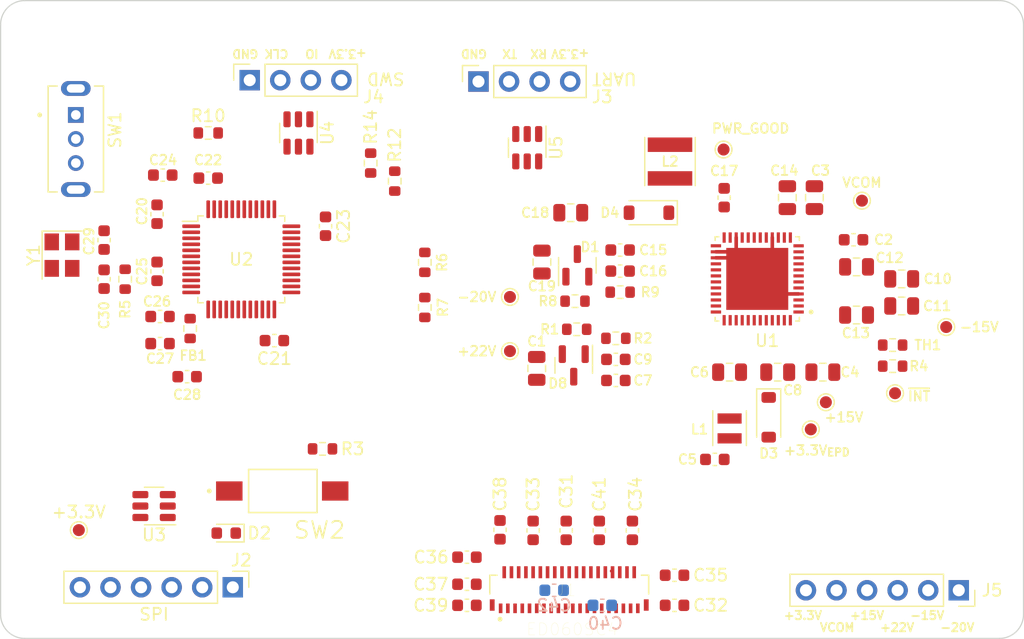
<source format=kicad_pcb>
(kicad_pcb (version 20221018) (generator pcbnew)
  (layers (0 "F.Cu" signal) (31 "B.Cu" signal) (34 "B.Paste" user) (35 "F.Paste" user) (36 "B.SilkS" user "B.Silkscreen") (37 "F.SilkS" user "F.Silkscreen") (38 "B.Mask" user) (39 "F.Mask" user) (44 "Edge.Cuts" user))
  (net 0 "")
  (net 1 "GND")
  (net 2 "+3.3V")
  (net 3 "/EPD Power Rails/VB")
  (net 4 "/EPD Power Rails/vddh_drv_0")
  (net 5 "/EPD Power Rails/VDDH_DRV")
  (net 6 "/EPD Power Rails/VDDH_D")
  (net 7 "/EPD Power Rails/INT_LDO")
  (net 8 "/EPD Power Rails/VREF")
  (net 9 "/EPD Power Rails/VEE_DRV")
  (net 10 "/EPD Power Rails/vee_drv_0")
  (net 11 "/EPD Power Rails/VEE_D")
  (net 12 "+3.3VA")
  (net 13 "/NRST")
  (net 14 "/HSE_IN")
  (net 15 "/PWR_ON_LED")
  (net 16 "/EPD Power Rails/VB_SW")
  (net 17 "/EPD Power Rails/VN_SW")
  (net 18 "/EPD_CLK")
  (net 19 "/EPD_LE")
  (net 20 "/EPD_OE")
  (net 21 "/EPD_SPH")
  (net 22 "/D0")
  (net 23 "/D1")
  (net 24 "/D2")
  (net 25 "/D3")
  (net 26 "/D4")
  (net 27 "/D5")
  (net 28 "/D6")
  (net 29 "/D7")
  (net 34 "/EPD_GMODE")
  (net 35 "/EPD_SPV")
  (net 36 "/EPD_CKV")
  (net 38 "/SPI1_MOSI")
  (net 39 "/SPI1_MISO")
  (net 40 "/SPI1_SCK")
  (net 41 "/~{SPI1_CS}")
  (net 42 "/USART1_TX")
  (net 43 "/USART1_RX")
  (net 44 "/SWCLK")
  (net 45 "/SWDIO")
  (net 46 "/EPD Power Rails/VDDH_FB")
  (net 47 "Net-(R3-Pad1)")
  (net 48 "/EPD Power Rails/TS")
  (net 49 "/HSE_OUT")
  (net 50 "/TPS_~{INT}")
  (net 51 "/TPS_PWRGOOD")
  (net 52 "/EPD Power Rails/VEE_FB")
  (net 53 "/SW_BOOT0")
  (net 54 "/BOOT0")
  (net 55 "/I2C1_SCL")
  (net 56 "/I2C1_SDA")
  (net 57 "+15V")
  (net 58 "/TPS_WAKEUP")
  (net 60 "/TPS_VCOM_CTRL")
  (net 63 "/TPS_PWRUP")
  (net 71 "/HSE_OUT_CRYSTAL")
  (net 72 "-15V")
  (net 73 "+22V")
  (net 74 "VCOM")
  (net 75 "-20V")
  (net 76 "+3.3V_{EPD}")
  (net 77 "/EPD Power Rails/VN")
  (footprint "Capacitor_SMD:C_0805_2012Metric" (layer "F.Cu") (at 113.375 63.375 90)
    (fp_text reference "C14")
    (fp_text value "4.7µF" hide)
  )
  (footprint "TestPoint:TestPoint_Pad_D1.0mm" (layer "F.Cu") (at 90.325 76.125)
    (fp_text reference "TP5" hide)
    (fp_text value "TestPoint" hide)
  )
  (footprint "Connector_PinSocket_2.54mm:PinSocket_1x06_P2.54mm_Vertical" (layer "F.Cu") (at 127.62 96 -90)
    (fp_text reference "J5")
    (fp_text value "Conn_01x06" hide)
  )
  (footprint "Capacitor_SMD:C_0603_1608Metric" (layer "F.Cu") (at 61 69.5 90)
    (fp_text reference "C25")
    (fp_text value "10nF" hide)
  )
  (footprint "Capacitor_SMD:C_0805_2012Metric" (layer "F.Cu") (at 115.625 63.375 90)
    (fp_text reference "C3")
    (fp_text value "4.7µF" hide)
  )
  (footprint "Capacitor_SMD:C_0603_1608Metric" (layer "F.Cu") (at 104 97.25)
    (fp_text reference "C32")
    (fp_text value "100nF" hide)
  )
  (footprint "Capacitor_SMD:C_0805_2012Metric" (layer "F.Cu") (at 119.125 73.125)
    (fp_text reference "C13")
    (fp_text value "4.7µF" hide)
  )
  (footprint "Capacitor_SMD:C_0603_1608Metric" (layer "F.Cu") (at 99.125 78.5625)
    (fp_text reference "C7")
    (fp_text value "10nF" hide)
  )
  (footprint "Capacitor_SMD:C_0805_2012Metric" (layer "F.Cu") (at 122.875 70.125)
    (fp_text reference "C10")
    (fp_text value "4.7µF" hide)
  )
  (footprint "Resistor_SMD:R_0603_1608Metric" (layer "F.Cu") (at 122.125 75.625 180)
    (fp_text reference "TH1")
    (fp_text value "10k NTC" hide)
  )
  (footprint "Inductor_SMD:L_Taiyo-Yuden_NR-40xx" (layer "F.Cu") (at 103.625 60.375 -90)
    (fp_text reference "L2")
    (fp_text value "4.7µH" hide)
  )
  (footprint "Capacitor_SMD:C_0805_2012Metric" (layer "F.Cu") (at 92.55 77.5625 90)
    (fp_text reference "C1")
    (fp_text value "4.7µF" hide)
  )
  (footprint "local_lib:TDK_VLS252015ET-2R2M" (layer "F.Cu") (at 104.511 81.845 90)
    (fp_text reference "L1")
    (fp_text value "2.2µH" hide)
  )
  (footprint "Crystal:Crystal_SMD_3225-4Pin_3.2x2.5mm" (layer "F.Cu") (at 53.1 68.15 -90)
    (fp_text reference "Y1")
    (fp_text value "16MHz, 10pF" hide)
  )
  (footprint "Package_TO_SOT_SMD:SOT-23" (layer "F.Cu") (at 95.925 69.0025 90)
    (fp_text reference "D1")
    (fp_text value "D_Dual_Series_AKC" hide)
  )
  (footprint "Capacitor_SMD:C_0603_1608Metric" (layer "F.Cu") (at 92.25 91.025 90)
    (fp_text reference "C33")
    (fp_text value "100nF" hide)
  )
  (footprint "Resistor_SMD:R_0603_1608Metric" (layer "F.Cu") (at 58.35 70.15 90)
    (fp_text reference "R5")
    (fp_text value "0" hide)
  )
  (footprint "Capacitor_SMD:C_0603_1608Metric" (layer "F.Cu") (at 100.5 91.025 90)
    (fp_text reference "C34")
    (fp_text value "100nF" hide)
  )
  (footprint "Resistor_SMD:R_0603_1608Metric" (layer "F.Cu") (at 78.75 60.5 -90)
    (fp_text reference "R14")
    (fp_text value "10k" hide)
  )
  (footprint "Package_TO_SOT_SMD:SOT-23-6" (layer "F.Cu") (at 91.76 59.225 -90)
    (fp_text reference "U5")
    (fp_text value "USBLC6-2SC6" hide)
  )
  (footprint "Connector_PinSocket_2.54mm:PinSocket_1x04_P2.54mm_Vertical" (layer "F.Cu") (at 87.71 53.725 90)
    (fp_text reference "J3")
    (fp_text value "Conn_01x04" hide)
  )
  (footprint "Capacitor_SMD:C_0603_1608Metric" (layer "F.Cu") (at 99.481252 67.726248 180)
    (fp_text reference "C15")
    (fp_text value "10nF" hide)
  )
  (footprint "Capacitor_SMD:C_0805_2012Metric" (layer "F.Cu") (at 95.375 64.625)
    (fp_text reference "C18")
    (fp_text value "4.7µF" hide)
  )
  (footprint "TestPoint:TestPoint_Pad_D1.0mm" (layer "F.Cu") (at 116.575 80.375)
    (fp_text reference "TP3" hide)
    (fp_text value "TestPoint" hide)
  )
  (footprint "Resistor_SMD:R_0603_1608Metric" (layer "F.Cu") (at 95.731252 71.976248 180)
    (fp_text reference "R8")
    (fp_text value "1M" hide)
  )
  (footprint "Capacitor_SMD:C_0805_2012Metric" (layer "F.Cu") (at 92.981252 68.726248 -90)
    (fp_text reference "C19")
    (fp_text value "4.7µF" hide)
  )
  (footprint "local_lib:DSIC01LSGET" (layer "F.Cu") (at 71.25 87.75)
    (fp_text reference "SW2")
    (fp_text value "DSIC01LSGET" hide)
  )
  (footprint "Package_QFP:LQFP-48_7x7mm_P0.5mm" (layer "F.Cu") (at 68 68.5)
    (fp_text reference "U2")
    (fp_text value "STM32F103C8T6" hide)
  )
  (footprint "Resistor_SMD:R_0603_1608Metric" (layer "F.Cu") (at 63.75 74.25 -90)
    (fp_text reference "FB1")
    (fp_text value "120Ω@100MHz" hide)
  )
  (footprint "Capacitor_SMD:C_0603_1608Metric" (layer "F.Cu") (at 86.75 93.25 180)
    (fp_text reference "C36")
    (fp_text value "100nF" hide)
  )
  (footprint "Capacitor_SMD:C_0603_1608Metric" (layer "F.Cu") (at 70.75 75.25 180)
    (fp_text reference "C21")
    (fp_text value "100nF" hide)
  )
  (footprint "Resistor_SMD:R_0603_1608Metric" (layer "F.Cu") (at 99.481252 71.226248 180)
    (fp_text reference "R9")
    (fp_text value "52.3k" hide)
  )
  (footprint "Capacitor_SMD:C_0603_1608Metric" (layer "F.Cu") (at 56.6 70.15 -90)
    (fp_text reference "C30")
    (fp_text value "10pF" hide)
  )
  (footprint "Package_TO_SOT_SMD:SOT-23-6" (layer "F.Cu") (at 60.7532 89 180)
    (fp_text reference "U3")
    (fp_text value "USBLC6-4SC6" hide)
  )
  (footprint "Capacitor_SMD:C_0603_1608Metric" (layer "F.Cu") (at 61.25 73.25 180)
    (fp_text reference "C26")
    (fp_text value "1µF" hide)
  )
  (footprint "Capacitor_SMD:C_0805_2012Metric" (layer "F.Cu") (at 108.575 77.875)
    (fp_text reference "C6")
    (fp_text value "4.7µF" hide)
  )
  (footprint "Capacitor_SMD:C_0603_1608Metric" (layer "F.Cu") (at 65.25 61.75)
    (fp_text reference "C22")
    (fp_text value "100nF" hide)
  )
  (footprint "local_lib:QFN50P700X700X100-49N" (layer "F.Cu") (at 110.875 70.125 180)
    (fp_text reference "U1")
    (fp_text value "TPS65185RGZR" hide)
  )
  (footprint "Capacitor_SMD:C_0603_1608Metric" (layer "F.Cu") (at 118.875 66.875)
    (fp_text reference "C2")
    (fp_text value "10µF" hide)
  )
  (footprint "Capacitor_SMD:C_0603_1608Metric" (layer "F.Cu") (at 63.5 78.25)
    (fp_text reference "C28")
    (fp_text value "100nF" hide)
  )
  (footprint "TestPoint:TestPoint_Pad_D1.0mm" (layer "F.Cu") (at 54.5 91)
    (fp_text reference "TP1" hide)
    (fp_text value "TestPoint" hide)
  )
  (footprint "Capacitor_SMD:C_0603_1608Metric" (layer "F.Cu") (at 56.6 66.9 -90)
    (fp_text reference "C29")
    (fp_text value "10pF" hide)
  )
  (footprint "Resistor_SMD:R_0603_1608Metric" (layer "F.Cu") (at 83.25 68.75 -90)
    (fp_text reference "R6")
    (fp_text value "10k" hide)
  )
  (footprint "Capacitor_SMD:C_0603_1608Metric" (layer "F.Cu") (at 97.75 91.025 -90)
    (fp_text reference "C41")
    (fp_text value "100nF" hide)
  )
  (footprint "Package_TO_SOT_SMD:SOT-23-6" (layer "F.Cu") (at 72.75 58 -90)
    (fp_text reference "U4")
    (fp_text value "USBLC6-2SC6" hide)
  )
  (footprint "TestPoint:TestPoint_Pad_D1.0mm" (layer "F.Cu") (at 108.075 59.375)
    (fp_text reference "TP8" hide)
    (fp_text value "TestPoint" hide)
  )
  (footprint "Diode_SMD:D_SOD-123" (layer "F.Cu") (at 111.825 81.625 -90)
    (fp_text reference "D3")
    (fp_text value "D_Schottky" hide)
  )
  (footprint "Capacitor_SMD:C_0603_1608Metric" (layer "F.Cu") (at 61.475 61.5 180)
    (fp_text reference "C24")
    (fp_text value "10µF" hide)
  )
  (footprint "Capacitor_SMD:C_0805_2012Metric" (layer "F.Cu") (at 119.125 69.125)
    (fp_text reference "C12")
    (fp_text value "4.7µF" hide)
  )
  (footprint "Capacitor_SMD:C_0603_1608Metric" (layer "F.Cu") (at 99.125 76.8125 180)
    (fp_text reference "C9")
    (fp_text value "100nF" hide)
  )
  (footprint "Capacitor_SMD:C_0603_1608Metric" (layer "F.Cu") (at 75 65.75 -90)
    (fp_text reference "C23")
    (fp_text value "100nF" hide)
  )
  (footprint "TestPoint:TestPoint_Pad_D1.0mm" (layer "F.Cu") (at 90.325 71.625 180)
    (fp_text reference "TP6" hide)
    (fp_text value "TestPoint" hide)
  )
  (footprint "Diode_SMD:D_SOD-123" (layer "F.Cu") (at 101.875 64.625 180)
    (fp_text reference "D4")
    (fp_text value "D_Schottky" hide)
  )
  (footprint "TestPoint:TestPoint_Pad_D1.0mm" (layer "F.Cu") (at 119.575 63.625)
    (fp_text reference "TP7" hide)
    (fp_text value "TestPoint" hide)
  )
  (footprint "local_lib:SW_SS12D07VG4" (layer "F.Cu") (at 54.25 58.5 -90)
    (fp_text reference "SW1")
    (fp_text value "SS12D07VG2" hide)
  )
  (footprint "Capacitor_SMD:C_0603_1608Metric" (layer "F.Cu") (at 61.25 75.5 180)
    (fp_text reference "C27")
    (fp_text value "1µF" hide)
  )
  (footprint "local_lib:HRS_FH26W-39S-0.3SHW(60)" (layer "F.Cu") (at 95.25 96.1)
    (fp_text reference "J1")
    (fp_text value "ED060SC4")
  )
  (footprint "Capacitor_SMD:C_0603_1608Metric" (layer "F.Cu") (at 108.125 63.375 -90)
    (fp_text reference "C17")
    (fp_text value "10µF" hide)
  )
  (footprint "Resistor_SMD:R_0603_1608Metric" (layer "F.Cu") (at 80.75 62 -90)
    (fp_text reference "R12")
    (fp_text value "10k" hide)
  )
  (footprint "Package_TO_SOT_SMD:SOT-23" (layer "F.Cu") (at 95.625 77.3125 -90)
    (fp_text reference "D8")
    (fp_text value "D_Dual_Series_AKC" hide)
  )
  (footprint "Capacitor_SMD:C_0603_1608Metric" (layer "F.Cu") (at 99.481252 69.476248 180)
    (fp_text reference "C16")
    (fp_text value "100nF" hide)
  )
  (footprint "Connector_PinHeader_2.54mm:PinHeader_1x06_P2.54mm_Vertical" (layer "F.Cu") (at 67.2932 95.75 -90)
    (fp_text reference "J2")
    (fp_text value "Conn_01x06" hide)
  )
  (footprint "Resistor_SMD:R_0603_1608Metric" (layer "F.Cu") (at 74.75 84.25 180)
    (fp_text reference "R3")
    (fp_text value "1k" hide)
  )
  (footprint "TestPoint:TestPoint_Pad_D1.0mm" (layer "F.Cu") (at 126.575 74.125)
    (fp_text reference "TP4" hide)
    (fp_text value "TestPoint" hide)
  )
  (footprint "Resistor_SMD:R_0603_1608Metric" (layer "F.Cu") (at 99.125 75.0625 180)
    (fp_text reference "R2")
    (fp_text value "47.5k" hide)
  )
  (footprint "LED_SMD:LED_0603_1608Metric" (layer "F.Cu") (at 66.75 91.25 180)
    (fp_text reference "D2")
    (fp_text value "RED" hide)
  )
  (footprint "TestPoint:TestPoint_Pad_D1.0mm" (layer "F.Cu") (at 115.325 82.625)
    (fp_text reference "TP2" hide)
    (fp_text value "TestPoint" hide)
  )
  (footprint "Capacitor_SMD:C_0805_2012Metric" (layer "F.Cu") (at 112.575 77.875 180)
    (fp_text reference "C8")
    (fp_text value "4.7µF" hide)
  )
  (footprint "Capacitor_SMD:C_0603_1608Metric" (layer "F.Cu") (at 61 64.75 90)
    (fp_text reference "C20")
    (fp_text value "100nF" hide)
  )
  (footprint "Connector_PinSocket_2.54mm:PinSocket_1x04_P2.54mm_Vertical" (layer "F.Cu") (at 68.7 53.6125 90)
    (fp_text reference "J4")
    (fp_text value "Conn_01x04" hide)
  )
  (footprint "Resistor_SMD:R_0603_1608Metric" (layer "F.Cu") (at 95.875 74.3125 180)
    (fp_text reference "R1")
    (fp_text value "1M" hide)
  )
  (footprint "Resistor_SMD:R_0603_1608Metric" (layer "F.Cu") (at 83.25 72.5 90)
    (fp_text reference "R7")
    (fp_text value "10k" hide)
  )
  (footprint "TestPoint:TestPoint_Pad_D1.0mm" (layer "F.Cu") (at 122.325 79.625)
    (fp_text reference "TP9" hide)
    (fp_text value "TestPoint" hide)
  )
  (footprint "Capacitor_SMD:C_0805_2012Metric" (layer "F.Cu") (at 122.875 72.375)
    (fp_text reference "C11")
    (fp_text value "4.7µF" hide)
  )
  (footprint "Capacitor_SMD:C_0603_1608Metric" (layer "F.Cu") (at 95 91.025 90)
    (fp_text reference "C31")
    (fp_text value "100nF" hide)
  )
  (footprint "Capacitor_SMD:C_0603_1608Metric" (layer "F.Cu") (at 86.75 97.25 180)
    (fp_text reference "C39")
    (fp_text value "100nF" hide)
  )
  (footprint "Capacitor_SMD:C_0603_1608Metric" (layer "F.Cu") (at 89.5 90.975 90)
    (fp_text reference "C38")
    (fp_text value "100nF" hide)
  )
  (footprint "Capacitor_SMD:C_0805_2012Metric" (layer "F.Cu") (at 116.325 77.875)
    (fp_text reference "C4")
    (fp_text value "4.7µF" hide)
  )
  (footprint "Resistor_SMD:R_0603_1608Metric" (layer "F.Cu") (at 122.125 77.375 180)
    (fp_text reference "R4")
    (fp_text value "43k" hide)
  )
  (footprint "Capacitor_SMD:C_0603_1608Metric" (layer "F.Cu") (at 104 94.75)
    (fp_text reference "C35")
    (fp_text value "100nF" hide)
  )
  (footprint "Resistor_SMD:R_0603_1608Metric" (layer "F.Cu") (at 65.25 58)
    (fp_text reference "R10")
    (fp_text value "10k" hide)
  )
  (footprint "Capacitor_SMD:C_0603_1608Metric" (layer "F.Cu") (at 107.35 85.125)
    (fp_text reference "C5")
    (fp_text value "10µF" hide)
  )
  (footprint "Capacitor_SMD:C_0603_1608Metric" (layer "F.Cu") (at 86.75 95.5)
    (fp_text reference "C37")
    (fp_text value "100nF" hide)
  )
  (footprint "Capacitor_SMD:C_0603_1608Metric" (layer "B.Cu") (at 98 97.25)
    (fp_text reference "C40")
    (fp_text value "100nF" hide)
  )
  (footprint "Capacitor_SMD:C_0603_1608Metric" (layer "B.Cu") (at 94 96 180)
    (fp_text reference "C42")
    (fp_text value "100nF" hide)
  )
  (gr_arc (start 50 100) (mid 48.585786 99.414214) (end 48 98) (stroke (width 0.1)) (layer "Edge.Cuts"))
  (gr_arc (start 133 98) (mid 132.414214 99.414214) (end 131 100) (stroke (width 0.1)) (layer "Edge.Cuts"))
  (gr_line (start 131 100) (end 50 100) (stroke (width 0.1)) (layer "Edge.Cuts"))
  (gr_arc (start 131 47) (mid 132.414214 47.585786) (end 133 49) (stroke (width 0.1)) (layer "Edge.Cuts"))
  (gr_line (start 133 49) (end 133 98) (stroke (width 0.1)) (layer "Edge.Cuts"))
  (gr_line (start 50 47) (end 131 47) (stroke (width 0.1)) (layer "Edge.Cuts"))
  (gr_line (start 48 98) (end 48 49) (stroke (width 0.1)) (layer "Edge.Cuts"))
  (gr_arc (start 48 49) (mid 48.585786 47.585786) (end 50 47) (stroke (width 0.1)) (layer "Edge.Cuts"))
  (gr_text "+3.3V" (at 78.5 51 180) (layer "F.SilkS") (effects (font (size 0.7 0.7) (thickness 0.15) bold) (justify left bottom)))
  (gr_text "+3.3V\n" (at 113 98.5) (layer "F.SilkS") (effects (font (size 0.7 0.7) (thickness 0.15) bold) (justify left bottom)))
  (gr_text "TX" (at 91 51 180) (layer "F.SilkS") (effects (font (size 0.7 0.7) (thickness 0.15) bold) (justify left bottom)))
  (gr_text "GND" (at 69.5 51 180) (layer "F.SilkS") (effects (font (size 0.7 0.7) (thickness 0.15) bold) (justify left bottom)))
  (gr_text "VCOM" (at 116 99.5) (layer "F.SilkS") (effects (font (size 0.7 0.7) (thickness 0.15) bold) (justify left bottom)))
  (gr_text "GND" (at 88.5 51 180) (layer "F.SilkS") (effects (font (size 0.7 0.7) (thickness 0.15) bold) (justify left bottom)))
  (gr_text "CLK" (at 72 51 180) (layer "F.SilkS") (effects (font (size 0.7 0.7) (thickness 0.15) bold) (justify left bottom)))
  (gr_text "+3.3V" (at 97 51 180) (layer "F.SilkS") (effects (font (size 0.7 0.7) (thickness 0.15) bold) (justify left bottom)))
  (gr_text "-20V" (at 126 99.5) (layer "F.SilkS") (effects (font (size 0.7 0.7) (thickness 0.15) bold) (justify left bottom)))
  (gr_text "+15V\n" (at 118.5 98.5) (layer "F.SilkS") (effects (font (size 0.7 0.7) (thickness 0.15) bold) (justify left bottom)))
  (gr_text "-15V" (at 123.5 98.5) (layer "F.SilkS") (effects (font (size 0.7 0.7) (thickness 0.15) bold) (justify left bottom)))
  (gr_text "RX\n" (at 93.5 51 180) (layer "F.SilkS") (effects (font (size 0.7 0.7) (thickness 0.15) bold) (justify left bottom)))
  (gr_text "IO" (at 74.5 51 180) (layer "F.SilkS") (effects (font (size 0.7 0.7) (thickness 0.15) bold) (justify left bottom)))
  (gr_text "+22V" (at 121 99.5) (layer "F.SilkS") (effects (font (size 0.7 0.7) (thickness 0.15) bold) (justify left bottom)))
  (segment (start 98.85 94.5) (end 98.75 94.4) (width 0.25) (layer "F.Cu") (net 35))
  (segment (start 114.31 71.375) (end 112.125 71.375) (width 0.3) (layer "F.Cu") (net 77))
  (segment (start 108.625 67.875) (end 110.875 70.125) (width 0.3) (layer "F.Cu") (net 77))
  (segment (start 107.44 67.875) (end 108.625 67.875) (width 0.3) (layer "F.Cu") (net 77))
  (segment (start 112.125 66.69) (end 112.125 68.875) (width 0.3) (layer "F.Cu") (net 77))
  (segment (start 109.125 68.375) (end 110.875 70.125) (width 0.3) (layer "F.Cu") (net 77))
  (segment (start 112.125 71.375) (end 110.875 70.125) (width 0.3) (layer "F.Cu") (net 77))
  (segment (start 107.44 68.375) (end 109.125 68.375) (width 0.3) (layer "F.Cu") (net 77))
  (segment (start 112.125 68.875) (end 110.875 70.125) (width 0.3) (layer "F.Cu") (net 77))
  (segment (start 109.125 66.69) (end 109.125 68.375) (width 0.3) (layer "F.Cu") (net 77))
)
</source>
